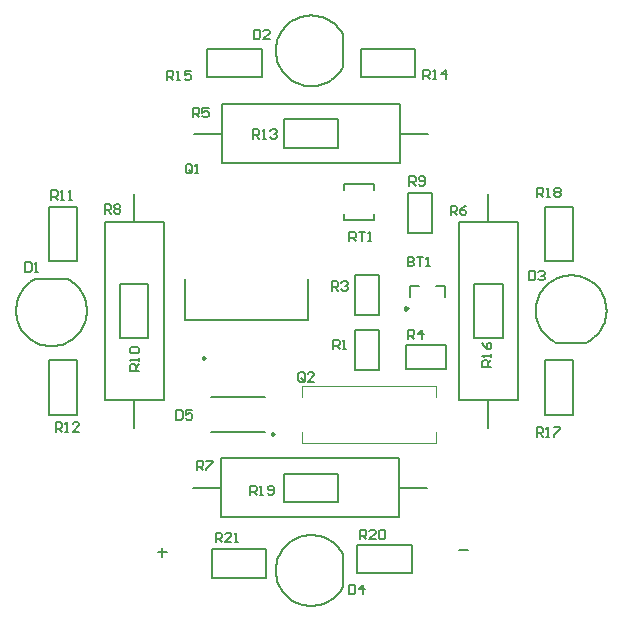
<source format=gto>
G04 Layer_Color=65535*
%FSLAX25Y25*%
%MOIN*%
G70*
G01*
G75*
%ADD40C,0.00984*%
%ADD41C,0.00787*%
%ADD42C,0.00394*%
%ADD43C,0.00591*%
D40*
X32087Y787D02*
X31348Y1214D01*
Y361D01*
X32087Y787D01*
X-35492Y-15748D02*
X-36230Y-15322D01*
Y-16174D01*
X-35492Y-15748D01*
X-12303Y-41142D02*
X-13041Y-40716D01*
Y-41568D01*
X-12303Y-41142D01*
D41*
X-91896Y10564D02*
X-92774Y10077D01*
X-93608Y9518D01*
X-94390Y8890D01*
X-95117Y8197D01*
X-95783Y7446D01*
X-96382Y6640D01*
X-96910Y5787D01*
X-97364Y4892D01*
X-97741Y3961D01*
X-98037Y3002D01*
X-98251Y2021D01*
X-98381Y1026D01*
X-98425Y23D01*
X-98384Y-980D01*
X-98259Y-1976D01*
X-98049Y-2957D01*
X-97757Y-3918D01*
X-97384Y-4849D01*
X-96933Y-5746D01*
X-96408Y-6602D01*
X-95812Y-7410D01*
X-95149Y-8164D01*
X-94425Y-8859D01*
X-93645Y-9490D01*
X-92814Y-10053D01*
X-91938Y-10543D01*
X-91023Y-10957D01*
X-90077Y-11292D01*
X-89106Y-11545D01*
X-88116Y-11715D01*
X-87116Y-11800D01*
X-86112D01*
X-85112Y-11715D01*
X-84123Y-11545D01*
X-83151Y-11292D01*
X-82205Y-10957D01*
X-81291Y-10543D01*
X-80415Y-10053D01*
X-79583Y-9490D01*
X-78803Y-8859D01*
X-78079Y-8164D01*
X-77416Y-7410D01*
X-76821Y-6602D01*
X-76295Y-5746D01*
X-75845Y-4849D01*
X-75472Y-3918D01*
X-75179Y-2957D01*
X-74970Y-1976D01*
X-74844Y-980D01*
X-74803Y23D01*
X-74848Y1026D01*
X-74977Y2021D01*
X-75191Y3002D01*
X-75487Y3961D01*
X-75864Y4892D01*
X-76318Y5787D01*
X-76847Y6640D01*
X-77446Y7446D01*
X-78111Y8197D01*
X-78838Y8890D01*
X-79621Y9518D01*
X-80454Y10077D01*
X-81332Y10564D01*
X10564Y91896D02*
X10077Y92774D01*
X9518Y93608D01*
X8890Y94390D01*
X8197Y95117D01*
X7446Y95783D01*
X6640Y96382D01*
X5787Y96910D01*
X4892Y97364D01*
X3961Y97741D01*
X3002Y98037D01*
X2021Y98251D01*
X1026Y98381D01*
X23Y98425D01*
X-980Y98384D01*
X-1976Y98259D01*
X-2957Y98049D01*
X-3918Y97757D01*
X-4849Y97384D01*
X-5746Y96933D01*
X-6602Y96408D01*
X-7410Y95812D01*
X-8164Y95149D01*
X-8859Y94425D01*
X-9490Y93645D01*
X-10053Y92814D01*
X-10543Y91938D01*
X-10957Y91023D01*
X-11292Y90077D01*
X-11545Y89106D01*
X-11715Y88116D01*
X-11800Y87116D01*
Y86112D01*
X-11715Y85112D01*
X-11545Y84123D01*
X-11292Y83151D01*
X-10957Y82205D01*
X-10543Y81291D01*
X-10053Y80415D01*
X-9490Y79583D01*
X-8859Y78803D01*
X-8164Y78079D01*
X-7410Y77416D01*
X-6602Y76820D01*
X-5746Y76295D01*
X-4849Y75845D01*
X-3918Y75472D01*
X-2957Y75179D01*
X-1976Y74970D01*
X-980Y74844D01*
X23Y74803D01*
X1026Y74848D01*
X2021Y74977D01*
X3002Y75191D01*
X3961Y75487D01*
X4892Y75864D01*
X5787Y76318D01*
X6640Y76847D01*
X7446Y77446D01*
X8197Y78111D01*
X8890Y78838D01*
X9518Y79621D01*
X10077Y80454D01*
X10564Y81332D01*
X91896Y-10564D02*
X92774Y-10077D01*
X93608Y-9518D01*
X94390Y-8890D01*
X95117Y-8197D01*
X95783Y-7446D01*
X96382Y-6640D01*
X96910Y-5787D01*
X97364Y-4892D01*
X97741Y-3961D01*
X98037Y-3002D01*
X98251Y-2021D01*
X98381Y-1026D01*
X98425Y-23D01*
X98384Y980D01*
X98259Y1976D01*
X98049Y2957D01*
X97757Y3918D01*
X97384Y4849D01*
X96933Y5746D01*
X96408Y6602D01*
X95812Y7410D01*
X95149Y8164D01*
X94425Y8859D01*
X93645Y9490D01*
X92814Y10053D01*
X91938Y10543D01*
X91023Y10957D01*
X90077Y11292D01*
X89106Y11545D01*
X88116Y11715D01*
X87116Y11800D01*
X86112D01*
X85112Y11715D01*
X84123Y11545D01*
X83152Y11292D01*
X82205Y10957D01*
X81291Y10543D01*
X80415Y10053D01*
X79584Y9490D01*
X78803Y8859D01*
X78079Y8164D01*
X77417Y7410D01*
X76821Y6602D01*
X76295Y5747D01*
X75845Y4850D01*
X75472Y3918D01*
X75179Y2957D01*
X74970Y1976D01*
X74844Y980D01*
X74803Y-23D01*
X74848Y-1026D01*
X74977Y-2021D01*
X75191Y-3002D01*
X75487Y-3961D01*
X75864Y-4892D01*
X76318Y-5787D01*
X76847Y-6640D01*
X77446Y-7446D01*
X78111Y-8197D01*
X78838Y-8890D01*
X79621Y-9518D01*
X80454Y-10077D01*
X81332Y-10564D01*
X10564Y-81332D02*
X10077Y-80454D01*
X9518Y-79621D01*
X8890Y-78838D01*
X8197Y-78111D01*
X7446Y-77446D01*
X6640Y-76847D01*
X5787Y-76318D01*
X4892Y-75864D01*
X3961Y-75487D01*
X3002Y-75191D01*
X2021Y-74977D01*
X1026Y-74848D01*
X23Y-74803D01*
X-980Y-74844D01*
X-1976Y-74970D01*
X-2957Y-75179D01*
X-3918Y-75472D01*
X-4849Y-75845D01*
X-5746Y-76295D01*
X-6602Y-76821D01*
X-7410Y-77416D01*
X-8164Y-78079D01*
X-8859Y-78803D01*
X-9490Y-79583D01*
X-10053Y-80415D01*
X-10543Y-81291D01*
X-10957Y-82205D01*
X-11292Y-83151D01*
X-11545Y-84123D01*
X-11715Y-85112D01*
X-11800Y-86112D01*
Y-87116D01*
X-11715Y-88116D01*
X-11545Y-89106D01*
X-11292Y-90077D01*
X-10957Y-91023D01*
X-10543Y-91938D01*
X-10053Y-92814D01*
X-9490Y-93645D01*
X-8859Y-94425D01*
X-8164Y-95149D01*
X-7410Y-95812D01*
X-6602Y-96408D01*
X-5746Y-96933D01*
X-4849Y-97384D01*
X-3918Y-97757D01*
X-2957Y-98049D01*
X-1976Y-98259D01*
X-980Y-98384D01*
X23Y-98425D01*
X1026Y-98381D01*
X2021Y-98251D01*
X3002Y-98037D01*
X3961Y-97741D01*
X4892Y-97364D01*
X5787Y-96910D01*
X6640Y-96382D01*
X7446Y-95783D01*
X8197Y-95117D01*
X8890Y-94390D01*
X9518Y-93608D01*
X10077Y-92774D01*
X10564Y-91896D01*
X-33071Y-88976D02*
X-14961D01*
X-33071D02*
Y-79528D01*
X-14961D01*
Y-88976D02*
Y-79528D01*
X15354Y-87402D02*
Y-77953D01*
Y-87402D02*
X33465D01*
Y-77953D01*
X15354D02*
X33465D01*
X-9055Y-54331D02*
X9055D01*
Y-63779D02*
Y-54331D01*
X-9055Y-63779D02*
X9055D01*
X-9055D02*
Y-54331D01*
X77953Y16535D02*
X87402D01*
Y34646D01*
X77953D02*
X87402D01*
X77953Y16535D02*
Y34646D01*
X87402Y-34646D02*
Y-16535D01*
X77953Y-34646D02*
X87402D01*
X77953D02*
Y-16535D01*
X87402D01*
X54331Y9055D02*
X63779D01*
X54331Y-9055D02*
Y9055D01*
Y-9055D02*
X63779D01*
Y9055D01*
X-34646Y77953D02*
X-16535D01*
X-34646D02*
Y87402D01*
X-16535D01*
Y77953D02*
Y87402D01*
X16535Y77953D02*
Y87402D01*
Y77953D02*
X34646D01*
Y87402D01*
X16535D02*
X34646D01*
X-9055Y63779D02*
X9055D01*
Y54331D02*
Y63779D01*
X-9055Y54331D02*
X9055D01*
X-9055D02*
Y63779D01*
X-87402Y-16535D02*
X-77953D01*
X-87402Y-34646D02*
Y-16535D01*
Y-34646D02*
X-77953D01*
Y-16535D01*
X-87402Y16535D02*
Y34646D01*
X-77953D01*
Y16535D02*
Y34646D01*
X-87402Y16535D02*
X-77953D01*
X-63779Y-9055D02*
X-54331D01*
Y9055D01*
X-63779D02*
X-54331D01*
X-63779Y-9055D02*
Y9055D01*
X33071Y4724D02*
Y8268D01*
X35925D01*
X44488Y4724D02*
Y8268D01*
X41634D02*
X44488D01*
X-91732Y10630D02*
X-81496D01*
X10630Y81496D02*
Y91732D01*
X81496Y-10630D02*
X91732D01*
X10630Y-91732D02*
Y-81496D01*
X14567Y-19685D02*
Y-6299D01*
Y-19685D02*
X22441D01*
Y-6299D01*
X14567D02*
X22441D01*
X14567Y-1575D02*
Y11811D01*
Y-1575D02*
X22441D01*
Y11811D01*
X14567D02*
X22441D01*
X31496Y-19291D02*
X44882D01*
Y-11417D01*
X31496D02*
X44882D01*
X31496Y-19291D02*
Y-11417D01*
X29626Y49213D02*
Y59055D01*
X-29626Y49213D02*
X29626D01*
X-29626D02*
Y68898D01*
X29626D01*
Y59055D02*
Y68898D01*
X-38976Y59055D02*
X-29626D01*
X29626D02*
X38976D01*
X59055Y-38976D02*
Y-29626D01*
Y29626D02*
Y38976D01*
Y-29626D02*
X68898D01*
Y29626D01*
X49213D02*
X68898D01*
X49213Y-29626D02*
Y29626D01*
Y-29626D02*
X59055D01*
X29232Y-68898D02*
Y-59055D01*
X-30020Y-68898D02*
X29232D01*
X-30020D02*
Y-49213D01*
X29232D01*
Y-59055D02*
Y-49213D01*
X-39370Y-59055D02*
X-30020D01*
X29232D02*
X38583D01*
X-59055Y-38976D02*
Y-29626D01*
Y29626D02*
Y38976D01*
Y-29626D02*
X-49213D01*
Y29626D01*
X-68898D02*
X-49213D01*
X-68898Y-29626D02*
Y29626D01*
Y-29626D02*
X-59055D01*
X20866Y40157D02*
Y42126D01*
X11024Y30315D02*
Y32283D01*
Y30315D02*
X20866D01*
Y32283D01*
X11024Y42126D02*
X20866D01*
X11024Y40157D02*
Y42126D01*
X-1181Y-2953D02*
Y10433D01*
X-42126Y-2953D02*
X-1181D01*
X-42126D02*
Y10433D01*
X32283Y25984D02*
Y39370D01*
Y25984D02*
X40157D01*
Y39370D01*
X32283D02*
X40157D01*
X-33465Y-40551D02*
X-15354D01*
X-33465Y-28740D02*
X-15354D01*
X49213Y-79725D02*
X52361D01*
X-51181Y-80513D02*
X-48033D01*
X-49607Y-78938D02*
Y-82087D01*
D42*
X41732Y-28740D02*
X41732Y-28740D01*
Y-25197D01*
X41732Y-40551D02*
X41732Y-40551D01*
Y-44094D02*
Y-40551D01*
X-3150Y-28740D02*
Y-25197D01*
Y-44094D02*
Y-40551D01*
Y-25197D02*
X41732D01*
X-3150Y-44094D02*
X41732D01*
D43*
X-44980Y-33170D02*
Y-36319D01*
X-43406D01*
X-42881Y-35794D01*
Y-33695D01*
X-43406Y-33170D01*
X-44980D01*
X-39733D02*
X-41832D01*
Y-34745D01*
X-40782Y-34220D01*
X-40257D01*
X-39733Y-34745D01*
Y-35794D01*
X-40257Y-36319D01*
X-41307D01*
X-41832Y-35794D01*
X-31890Y-77165D02*
Y-74017D01*
X-30316D01*
X-29791Y-74541D01*
Y-75591D01*
X-30316Y-76116D01*
X-31890D01*
X-30840D02*
X-29791Y-77165D01*
X-26642D02*
X-28741D01*
X-26642Y-75066D01*
Y-74541D01*
X-27167Y-74017D01*
X-28216D01*
X-28741Y-74541D01*
X-25593Y-77165D02*
X-24543D01*
X-25068D01*
Y-74017D01*
X-25593Y-74541D01*
X16240Y-76181D02*
Y-73032D01*
X17815D01*
X18339Y-73557D01*
Y-74607D01*
X17815Y-75132D01*
X16240D01*
X17290D02*
X18339Y-76181D01*
X21488D02*
X19389D01*
X21488Y-74082D01*
Y-73557D01*
X20963Y-73032D01*
X19914D01*
X19389Y-73557D01*
X22537D02*
X23062Y-73032D01*
X24112D01*
X24636Y-73557D01*
Y-75656D01*
X24112Y-76181D01*
X23062D01*
X22537Y-75656D01*
Y-73557D01*
X-20276Y-61417D02*
Y-58269D01*
X-18701D01*
X-18177Y-58793D01*
Y-59843D01*
X-18701Y-60368D01*
X-20276D01*
X-19226D02*
X-18177Y-61417D01*
X-17127D02*
X-16078D01*
X-16602D01*
Y-58269D01*
X-17127Y-58793D01*
X-14503Y-60893D02*
X-13978Y-61417D01*
X-12929D01*
X-12404Y-60893D01*
Y-58793D01*
X-12929Y-58269D01*
X-13978D01*
X-14503Y-58793D01*
Y-59318D01*
X-13978Y-59843D01*
X-12404D01*
X75295Y37894D02*
Y41042D01*
X76870D01*
X77394Y40518D01*
Y39468D01*
X76870Y38943D01*
X75295D01*
X76345D02*
X77394Y37894D01*
X78444D02*
X79493D01*
X78969D01*
Y41042D01*
X78444Y40518D01*
X81068D02*
X81593Y41042D01*
X82642D01*
X83167Y40518D01*
Y39993D01*
X82642Y39468D01*
X83167Y38943D01*
Y38418D01*
X82642Y37894D01*
X81593D01*
X81068Y38418D01*
Y38943D01*
X81593Y39468D01*
X81068Y39993D01*
Y40518D01*
X81593Y39468D02*
X82642D01*
X75098Y-41929D02*
Y-38781D01*
X76673D01*
X77197Y-39305D01*
Y-40355D01*
X76673Y-40880D01*
X75098D01*
X76148D02*
X77197Y-41929D01*
X78247D02*
X79297D01*
X78772D01*
Y-38781D01*
X78247Y-39305D01*
X80871Y-38781D02*
X82970D01*
Y-39305D01*
X80871Y-41404D01*
Y-41929D01*
X60039Y-18602D02*
X56891D01*
Y-17028D01*
X57415Y-16503D01*
X58465D01*
X58990Y-17028D01*
Y-18602D01*
Y-17553D02*
X60039Y-16503D01*
Y-15454D02*
Y-14404D01*
Y-14929D01*
X56891D01*
X57415Y-15454D01*
X56891Y-10731D02*
X57415Y-11780D01*
X58465Y-12830D01*
X59515D01*
X60039Y-12305D01*
Y-11256D01*
X59515Y-10731D01*
X58990D01*
X58465Y-11256D01*
Y-12830D01*
X-48031Y76870D02*
Y80019D01*
X-46457D01*
X-45932Y79494D01*
Y78444D01*
X-46457Y77920D01*
X-48031D01*
X-46982D02*
X-45932Y76870D01*
X-44883D02*
X-43833D01*
X-44358D01*
Y80019D01*
X-44883Y79494D01*
X-40160Y80019D02*
X-42259D01*
Y78444D01*
X-41210Y78969D01*
X-40685D01*
X-40160Y78444D01*
Y77395D01*
X-40685Y76870D01*
X-41734D01*
X-42259Y77395D01*
X37402Y77165D02*
Y80314D01*
X38976D01*
X39501Y79789D01*
Y78740D01*
X38976Y78215D01*
X37402D01*
X38451D02*
X39501Y77165D01*
X40550D02*
X41600D01*
X41075D01*
Y80314D01*
X40550Y79789D01*
X44748Y77165D02*
Y80314D01*
X43174Y78740D01*
X45273D01*
X-19390Y57382D02*
Y60531D01*
X-17816D01*
X-17291Y60006D01*
Y58956D01*
X-17816Y58431D01*
X-19390D01*
X-18340D02*
X-17291Y57382D01*
X-16241D02*
X-15192D01*
X-15716D01*
Y60531D01*
X-16241Y60006D01*
X-13617D02*
X-13093Y60531D01*
X-12043D01*
X-11518Y60006D01*
Y59481D01*
X-12043Y58956D01*
X-12568D01*
X-12043D01*
X-11518Y58431D01*
Y57907D01*
X-12043Y57382D01*
X-13093D01*
X-13617Y57907D01*
X-85236Y-40354D02*
Y-37206D01*
X-83662D01*
X-83137Y-37731D01*
Y-38780D01*
X-83662Y-39305D01*
X-85236D01*
X-84187D02*
X-83137Y-40354D01*
X-82088D02*
X-81038D01*
X-81563D01*
Y-37206D01*
X-82088Y-37731D01*
X-77365Y-40354D02*
X-79464D01*
X-77365Y-38255D01*
Y-37731D01*
X-77890Y-37206D01*
X-78939D01*
X-79464Y-37731D01*
X-86614Y37008D02*
Y40156D01*
X-85040D01*
X-84515Y39632D01*
Y38582D01*
X-85040Y38057D01*
X-86614D01*
X-85565D02*
X-84515Y37008D01*
X-83466D02*
X-82416D01*
X-82941D01*
Y40156D01*
X-83466Y39632D01*
X-80842Y37008D02*
X-79792D01*
X-80317D01*
Y40156D01*
X-80842Y39632D01*
X-57382Y-19980D02*
X-60531D01*
Y-18406D01*
X-60006Y-17881D01*
X-58956D01*
X-58431Y-18406D01*
Y-19980D01*
Y-18931D02*
X-57382Y-17881D01*
Y-16832D02*
Y-15782D01*
Y-16307D01*
X-60531D01*
X-60006Y-16832D01*
Y-14208D02*
X-60531Y-13683D01*
Y-12634D01*
X-60006Y-12109D01*
X-57907D01*
X-57382Y-12634D01*
Y-13683D01*
X-57907Y-14208D01*
X-60006D01*
X32087Y17912D02*
Y14764D01*
X33661D01*
X34186Y15289D01*
Y15813D01*
X33661Y16338D01*
X32087D01*
X33661D01*
X34186Y16863D01*
Y17388D01*
X33661Y17912D01*
X32087D01*
X35235D02*
X37334D01*
X36285D01*
Y14764D01*
X38384D02*
X39433D01*
X38909D01*
Y17912D01*
X38384Y17388D01*
X-95276Y16141D02*
Y12992D01*
X-93701D01*
X-93177Y13517D01*
Y15616D01*
X-93701Y16141D01*
X-95276D01*
X-92127Y12992D02*
X-91078D01*
X-91602D01*
Y16141D01*
X-92127Y15616D01*
X-19094Y93700D02*
Y90551D01*
X-17520D01*
X-16995Y91076D01*
Y93175D01*
X-17520Y93700D01*
X-19094D01*
X-13847Y90551D02*
X-15946D01*
X-13847Y92650D01*
Y93175D01*
X-14372Y93700D01*
X-15421D01*
X-15946Y93175D01*
X72539Y13286D02*
Y10138D01*
X74114D01*
X74638Y10663D01*
Y12762D01*
X74114Y13286D01*
X72539D01*
X75688Y12762D02*
X76213Y13286D01*
X77262D01*
X77787Y12762D01*
Y12237D01*
X77262Y11712D01*
X76737D01*
X77262D01*
X77787Y11187D01*
Y10663D01*
X77262Y10138D01*
X76213D01*
X75688Y10663D01*
X12598Y-91340D02*
Y-94488D01*
X14173D01*
X14697Y-93963D01*
Y-91864D01*
X14173Y-91340D01*
X12598D01*
X17321Y-94488D02*
Y-91340D01*
X15747Y-92914D01*
X17846D01*
X-2232Y-23097D02*
Y-20998D01*
X-2756Y-20473D01*
X-3806D01*
X-4331Y-20998D01*
Y-23097D01*
X-3806Y-23622D01*
X-2756D01*
X-3281Y-22572D02*
X-2232Y-23622D01*
X-2756D02*
X-2232Y-23097D01*
X917Y-23622D02*
X-1182D01*
X917Y-21523D01*
Y-20998D01*
X392Y-20473D01*
X-657D01*
X-1182Y-20998D01*
X7382Y-12795D02*
Y-9647D01*
X8956D01*
X9481Y-10171D01*
Y-11221D01*
X8956Y-11746D01*
X7382D01*
X8431D02*
X9481Y-12795D01*
X10531D02*
X11580D01*
X11055D01*
Y-9647D01*
X10531Y-10171D01*
X6890Y6693D02*
Y9842D01*
X8464D01*
X8989Y9317D01*
Y8267D01*
X8464Y7742D01*
X6890D01*
X7939D02*
X8989Y6693D01*
X10038Y9317D02*
X10563Y9842D01*
X11613D01*
X12137Y9317D01*
Y8792D01*
X11613Y8267D01*
X11088D01*
X11613D01*
X12137Y7742D01*
Y7218D01*
X11613Y6693D01*
X10563D01*
X10038Y7218D01*
X32283Y-9449D02*
Y-6300D01*
X33858D01*
X34383Y-6825D01*
Y-7875D01*
X33858Y-8399D01*
X32283D01*
X33333D02*
X34383Y-9449D01*
X37006D02*
Y-6300D01*
X35432Y-7875D01*
X37531D01*
X-39469Y64468D02*
Y67617D01*
X-37894D01*
X-37369Y67092D01*
Y66043D01*
X-37894Y65518D01*
X-39469D01*
X-38419D02*
X-37369Y64468D01*
X-34221Y67617D02*
X-36320D01*
Y66043D01*
X-35270Y66568D01*
X-34746D01*
X-34221Y66043D01*
Y64993D01*
X-34746Y64468D01*
X-35795D01*
X-36320Y64993D01*
X46457Y31890D02*
Y35038D01*
X48031D01*
X48556Y34514D01*
Y33464D01*
X48031Y32939D01*
X46457D01*
X47506D02*
X48556Y31890D01*
X51704Y35038D02*
X50655Y34514D01*
X49605Y33464D01*
Y32414D01*
X50130Y31890D01*
X51180D01*
X51704Y32414D01*
Y32939D01*
X51180Y33464D01*
X49605D01*
X-38091Y-53150D02*
Y-50001D01*
X-36516D01*
X-35991Y-50526D01*
Y-51575D01*
X-36516Y-52100D01*
X-38091D01*
X-37041D02*
X-35991Y-53150D01*
X-34942Y-50001D02*
X-32843D01*
Y-50526D01*
X-34942Y-52625D01*
Y-53150D01*
X-68898Y32382D02*
Y35530D01*
X-67323D01*
X-66799Y35006D01*
Y33956D01*
X-67323Y33431D01*
X-68898D01*
X-67848D02*
X-66799Y32382D01*
X-65749Y35006D02*
X-65224Y35530D01*
X-64175D01*
X-63650Y35006D01*
Y34481D01*
X-64175Y33956D01*
X-63650Y33431D01*
Y32907D01*
X-64175Y32382D01*
X-65224D01*
X-65749Y32907D01*
Y33431D01*
X-65224Y33956D01*
X-65749Y34481D01*
Y35006D01*
X-65224Y33956D02*
X-64175D01*
X12697Y23130D02*
Y26278D01*
X14271D01*
X14796Y25754D01*
Y24704D01*
X14271Y24179D01*
X12697D01*
X13746D02*
X14796Y23130D01*
X15845Y26278D02*
X17944D01*
X16895D01*
Y23130D01*
X18994D02*
X20044D01*
X19519D01*
Y26278D01*
X18994Y25754D01*
X-39795Y46278D02*
Y48377D01*
X-40320Y48902D01*
X-41370D01*
X-41895Y48377D01*
Y46278D01*
X-41370Y45753D01*
X-40320D01*
X-40845Y46803D02*
X-39795Y45753D01*
X-40320D02*
X-39795Y46278D01*
X-38746Y45753D02*
X-37696D01*
X-38221D01*
Y48902D01*
X-38746Y48377D01*
X32677Y41732D02*
Y44881D01*
X34251D01*
X34776Y44356D01*
Y43307D01*
X34251Y42782D01*
X32677D01*
X33727D02*
X34776Y41732D01*
X35826Y42257D02*
X36351Y41732D01*
X37400D01*
X37925Y42257D01*
Y44356D01*
X37400Y44881D01*
X36351D01*
X35826Y44356D01*
Y43831D01*
X36351Y43307D01*
X37925D01*
M02*

</source>
